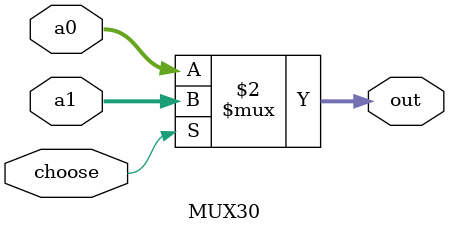
<source format=v>
`timescale 1ns / 1ps


module MUX30(
    input   [29:0]a0,
    input   [29:0]a1,
    input   choose,
    output  [29:0]out
    );

    assign out = (choose==1'b0) ? a0 : a1;
endmodule

</source>
